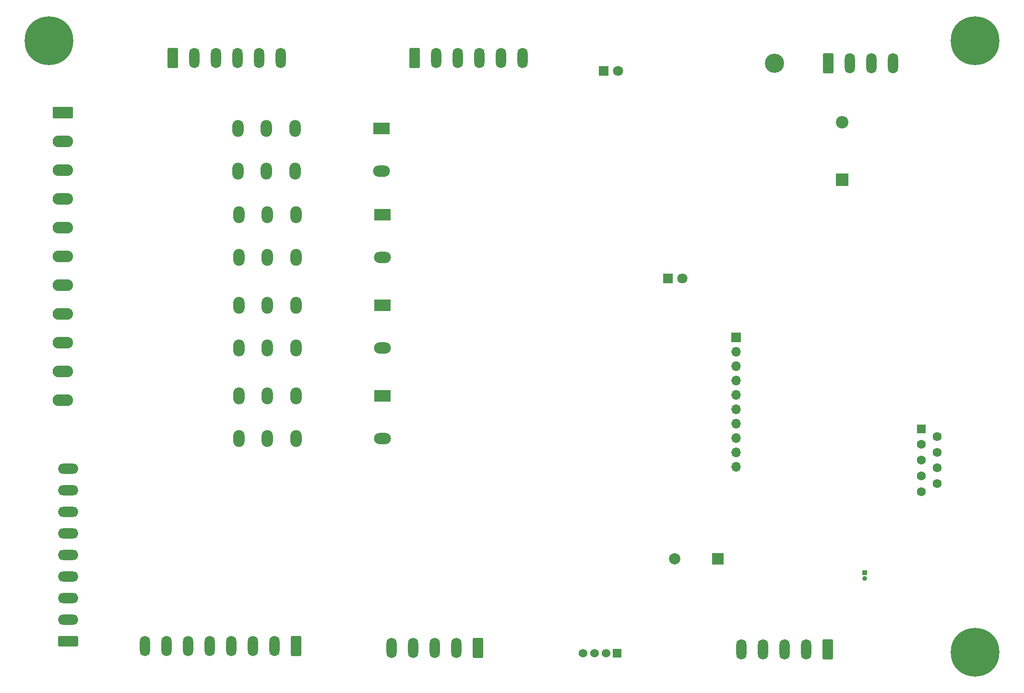
<source format=gbs>
G04 #@! TF.GenerationSoftware,KiCad,Pcbnew,9.0.1*
G04 #@! TF.CreationDate,2025-05-27T11:42:45+02:00*
G04 #@! TF.ProjectId,BANC_TEST_418,42414e43-5f54-4455-9354-5f3431382e6b,rev?*
G04 #@! TF.SameCoordinates,Original*
G04 #@! TF.FileFunction,Soldermask,Bot*
G04 #@! TF.FilePolarity,Negative*
%FSLAX46Y46*%
G04 Gerber Fmt 4.6, Leading zero omitted, Abs format (unit mm)*
G04 Created by KiCad (PCBNEW 9.0.1) date 2025-05-27 11:42:45*
%MOMM*%
%LPD*%
G01*
G04 APERTURE LIST*
G04 Aperture macros list*
%AMRoundRect*
0 Rectangle with rounded corners*
0 $1 Rounding radius*
0 $2 $3 $4 $5 $6 $7 $8 $9 X,Y pos of 4 corners*
0 Add a 4 corners polygon primitive as box body*
4,1,4,$2,$3,$4,$5,$6,$7,$8,$9,$2,$3,0*
0 Add four circle primitives for the rounded corners*
1,1,$1+$1,$2,$3*
1,1,$1+$1,$4,$5*
1,1,$1+$1,$6,$7*
1,1,$1+$1,$8,$9*
0 Add four rect primitives between the rounded corners*
20,1,$1+$1,$2,$3,$4,$5,0*
20,1,$1+$1,$4,$5,$6,$7,0*
20,1,$1+$1,$6,$7,$8,$9,0*
20,1,$1+$1,$8,$9,$2,$3,0*%
G04 Aperture macros list end*
%ADD10RoundRect,0.250000X1.550000X-0.650000X1.550000X0.650000X-1.550000X0.650000X-1.550000X-0.650000X0*%
%ADD11O,3.600000X1.800000*%
%ADD12R,1.800000X1.800000*%
%ADD13C,1.800000*%
%ADD14R,1.600000X1.600000*%
%ADD15C,1.600000*%
%ADD16RoundRect,0.250000X-0.650000X-1.550000X0.650000X-1.550000X0.650000X1.550000X-0.650000X1.550000X0*%
%ADD17O,1.800000X3.600000*%
%ADD18O,2.000000X3.000000*%
%ADD19R,3.000000X2.000000*%
%ADD20O,3.000000X2.000000*%
%ADD21RoundRect,0.249999X-1.550001X0.790001X-1.550001X-0.790001X1.550001X-0.790001X1.550001X0.790001X0*%
%ADD22O,3.600000X2.080000*%
%ADD23RoundRect,0.250000X0.650000X1.550000X-0.650000X1.550000X-0.650000X-1.550000X0.650000X-1.550000X0*%
%ADD24C,8.600000*%
%ADD25R,1.524000X1.524000*%
%ADD26C,1.524000*%
%ADD27C,3.400000*%
%ADD28R,2.200000X2.200000*%
%ADD29O,2.200000X2.200000*%
%ADD30R,1.700000X1.700000*%
%ADD31O,1.700000X1.700000*%
%ADD32R,0.850000X0.850000*%
%ADD33O,0.850000X0.850000*%
%ADD34R,2.000000X2.000000*%
%ADD35C,2.000000*%
G04 APERTURE END LIST*
D10*
X85550000Y-137400000D03*
D11*
X85550000Y-133590000D03*
X85550000Y-129780000D03*
X85550000Y-125970000D03*
X85550000Y-122160000D03*
X85550000Y-118350000D03*
X85550000Y-114540000D03*
X85550000Y-110730000D03*
X85550000Y-106920000D03*
D12*
X191350000Y-73350000D03*
D13*
X193890000Y-73350000D03*
D14*
X236024669Y-99890000D03*
D15*
X236024669Y-102660000D03*
X236024669Y-105430000D03*
X236024669Y-108200000D03*
X236024669Y-110970000D03*
X238864669Y-101275000D03*
X238864669Y-104045000D03*
X238864669Y-106815000D03*
X238864669Y-109585000D03*
D16*
X104000000Y-34350000D03*
D17*
X107810000Y-34350000D03*
X111620000Y-34350000D03*
X115430000Y-34350000D03*
X119240000Y-34350000D03*
X123050000Y-34350000D03*
D18*
X120510000Y-54350000D03*
X120510000Y-46850000D03*
X125550000Y-54350000D03*
X125550000Y-46850000D03*
X115470000Y-54350000D03*
X115470000Y-46850000D03*
D19*
X140810000Y-46850000D03*
D20*
X140810000Y-54350000D03*
D18*
X120660000Y-101600000D03*
X120660000Y-94100000D03*
X125700000Y-101600000D03*
X125700000Y-94100000D03*
X115620000Y-101600000D03*
X115620000Y-94100000D03*
D19*
X140960000Y-94100000D03*
D20*
X140960000Y-101600000D03*
D21*
X84550000Y-44030000D03*
D22*
X84550000Y-49110000D03*
X84550000Y-54190000D03*
X84550000Y-59270000D03*
X84550000Y-64350000D03*
X84550000Y-69430000D03*
X84550000Y-74510000D03*
X84550000Y-79590000D03*
X84550000Y-84670000D03*
X84550000Y-89750000D03*
X84550000Y-94830000D03*
D16*
X146690000Y-34350000D03*
D17*
X150500000Y-34350000D03*
X154310000Y-34350000D03*
X158120000Y-34350000D03*
X161930000Y-34350000D03*
X165740000Y-34350000D03*
D23*
X125745000Y-138250000D03*
D17*
X121935000Y-138250000D03*
X118125000Y-138250000D03*
X114315000Y-138250000D03*
X110505000Y-138250000D03*
X106695000Y-138250000D03*
X102885000Y-138250000D03*
X99075000Y-138250000D03*
D24*
X245550000Y-139350000D03*
D16*
X219620000Y-35350000D03*
D17*
X223430000Y-35350000D03*
X227240000Y-35350000D03*
X231050000Y-35350000D03*
D24*
X82100000Y-31330000D03*
D25*
X182400000Y-139575000D03*
D26*
X180400000Y-139575000D03*
X178400000Y-139575000D03*
X176400000Y-139575000D03*
D23*
X219550000Y-138850000D03*
D17*
X215740000Y-138850000D03*
X211930000Y-138850000D03*
X208120000Y-138850000D03*
X204310000Y-138850000D03*
D27*
X210150000Y-35350000D03*
D24*
X245550000Y-31330000D03*
D28*
X222050000Y-55930000D03*
D29*
X222050000Y-45770000D03*
D30*
X203400000Y-83745000D03*
D31*
X203400000Y-86285000D03*
X203400000Y-88825000D03*
X203400000Y-91365000D03*
X203400000Y-93905000D03*
X203400000Y-96445000D03*
X203400000Y-98985000D03*
X203400000Y-101525000D03*
X203400000Y-104065000D03*
X203400000Y-106605000D03*
D18*
X120660000Y-85600000D03*
X120660000Y-78100000D03*
X125700000Y-85600000D03*
X125700000Y-78100000D03*
X115620000Y-85600000D03*
X115620000Y-78100000D03*
D19*
X140960000Y-78100000D03*
D20*
X140960000Y-85600000D03*
D12*
X180000000Y-36700000D03*
D13*
X182540000Y-36700000D03*
D18*
X120660000Y-69600000D03*
X120660000Y-62100000D03*
X125700000Y-69600000D03*
X125700000Y-62100000D03*
X115620000Y-69600000D03*
X115620000Y-62100000D03*
D19*
X140960000Y-62100000D03*
D20*
X140960000Y-69600000D03*
D23*
X157860000Y-138600000D03*
D17*
X154050000Y-138600000D03*
X150240000Y-138600000D03*
X146430000Y-138600000D03*
X142620000Y-138600000D03*
D32*
X226050000Y-125350000D03*
D33*
X226050000Y-126350000D03*
D34*
X200150000Y-122850000D03*
D35*
X192550000Y-122850000D03*
M02*

</source>
